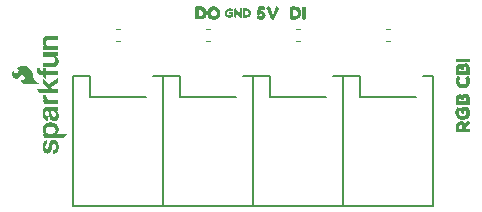
<source format=gto>
%TF.GenerationSoftware,KiCad,Pcbnew,7.0.6*%
%TF.CreationDate,2023-12-29T14:00:24-07:00*%
%TF.ProjectId,SparkFun_RGB_CBI_Example,53706172-6b46-4756-9e5f-5247425f4342,rev?*%
%TF.SameCoordinates,Original*%
%TF.FileFunction,Legend,Top*%
%TF.FilePolarity,Positive*%
%FSLAX46Y46*%
G04 Gerber Fmt 4.6, Leading zero omitted, Abs format (unit mm)*
G04 Created by KiCad (PCBNEW 7.0.6) date 2023-12-29 14:00:24*
%MOMM*%
%LPD*%
G01*
G04 APERTURE LIST*
%ADD10C,0.120000*%
%ADD11C,0.177800*%
G04 APERTURE END LIST*
D10*
%TO.C,C2*%
X25540580Y14730000D02*
X25259420Y14730000D01*
X25540580Y15750000D02*
X25259420Y15750000D01*
%TO.C,kibuzzard-6570C446*%
G36*
X39884271Y13285788D02*
G01*
X39931419Y13269198D01*
X39970710Y13220303D01*
X39982934Y13127752D01*
X39970710Y13036947D01*
X39930546Y12988052D01*
X39882524Y12971463D01*
X39822279Y12968843D01*
X38919467Y12968843D01*
X38860968Y12971463D01*
X38812946Y12988052D01*
X38772782Y13036947D01*
X38760559Y13129498D01*
X38772782Y13220303D01*
X38812946Y13269198D01*
X38860968Y13285788D01*
X38921214Y13288407D01*
X39824025Y13288407D01*
X39884271Y13285788D01*
G37*
G36*
X39822279Y7351157D02*
G01*
X39882524Y7348537D01*
X39929673Y7331948D01*
X39968964Y7283053D01*
X39981188Y7190502D01*
X39968964Y7099697D01*
X39928800Y7050802D01*
X39880778Y7034212D01*
X39820533Y7031593D01*
X38919467Y7031593D01*
X38860968Y7034212D01*
X38812946Y7050802D01*
X38772782Y7099697D01*
X38760559Y7192248D01*
X38760559Y7351157D01*
X39080122Y7351157D01*
X39335075Y7351157D01*
X39335075Y7543244D01*
X39303642Y7627064D01*
X39207599Y7667228D01*
X39116794Y7629684D01*
X39080122Y7539752D01*
X39080122Y7351157D01*
X38760559Y7351157D01*
X38760559Y7543244D01*
X38767544Y7614186D01*
X38788499Y7687310D01*
X38822551Y7760216D01*
X38868826Y7830502D01*
X38930600Y7893149D01*
X39011146Y7943136D01*
X39105661Y7975878D01*
X39209345Y7986792D01*
X39340120Y7969717D01*
X39453044Y7918494D01*
X39548118Y7833122D01*
X39715758Y7958852D01*
X39836249Y8006001D01*
X39939278Y7922181D01*
X39987299Y7798197D01*
X39906099Y7700407D01*
X39652893Y7513558D01*
X39652893Y7351157D01*
X39822279Y7351157D01*
G37*
G36*
X39981188Y9492059D02*
G01*
X39968964Y9401254D01*
X39928800Y9352359D01*
X39879905Y9335770D01*
X39818786Y9333151D01*
X38917721Y9333151D01*
X38859222Y9335770D01*
X38811200Y9352359D01*
X38771036Y9401254D01*
X38758812Y9493806D01*
X38758812Y9652714D01*
X39078376Y9652714D01*
X39661624Y9652714D01*
X39661624Y9902428D01*
X39659878Y9926876D01*
X39650273Y9953943D01*
X39620587Y9980136D01*
X39565580Y9989741D01*
X39493111Y9967039D01*
X39476521Y9893697D01*
X39476521Y9870996D01*
X39445962Y9771459D01*
X39342060Y9741773D01*
X39241651Y9773206D01*
X39212837Y9879727D01*
X39212837Y9900682D01*
X39200614Y9942592D01*
X39146480Y9954816D01*
X39092346Y9936480D01*
X39078376Y9864011D01*
X39078376Y9652714D01*
X38758812Y9652714D01*
X38758812Y9902428D01*
X38771133Y10000800D01*
X38808096Y10088695D01*
X38869699Y10166112D01*
X38948184Y10226260D01*
X39035787Y10262350D01*
X39132510Y10274379D01*
X39234666Y10259973D01*
X39328090Y10216753D01*
X39450764Y10286167D01*
X39584789Y10309304D01*
X39689758Y10295625D01*
X39783473Y10256917D01*
X39865935Y10193179D01*
X39929964Y10111978D01*
X39968382Y10020882D01*
X39981188Y9919891D01*
X39981188Y9652714D01*
X39981188Y9492059D01*
G37*
G36*
X39981188Y12067778D02*
G01*
X39968964Y11976973D01*
X39928800Y11928078D01*
X39879905Y11911489D01*
X39818786Y11908869D01*
X38917721Y11908869D01*
X38859222Y11911489D01*
X38811200Y11928078D01*
X38771036Y11976973D01*
X38758812Y12069524D01*
X38758812Y12228433D01*
X39078376Y12228433D01*
X39661624Y12228433D01*
X39661624Y12478147D01*
X39659878Y12502594D01*
X39650273Y12529661D01*
X39620587Y12555855D01*
X39565580Y12565459D01*
X39493111Y12542758D01*
X39476521Y12469416D01*
X39476521Y12446714D01*
X39445962Y12347178D01*
X39342060Y12317492D01*
X39241651Y12348924D01*
X39212837Y12455446D01*
X39212837Y12476401D01*
X39200614Y12518311D01*
X39146480Y12530534D01*
X39092346Y12512199D01*
X39078376Y12439729D01*
X39078376Y12228433D01*
X38758812Y12228433D01*
X38758812Y12478147D01*
X38771133Y12576519D01*
X38808096Y12664414D01*
X38869699Y12741831D01*
X38948184Y12801979D01*
X39035787Y12838068D01*
X39132510Y12850098D01*
X39234666Y12835692D01*
X39328090Y12792472D01*
X39450764Y12861885D01*
X39584789Y12885023D01*
X39689758Y12871344D01*
X39783473Y12832636D01*
X39865935Y12768898D01*
X39929964Y12687697D01*
X39968382Y12596601D01*
X39981188Y12495609D01*
X39981188Y12228433D01*
X39981188Y12067778D01*
G37*
G36*
X39066152Y11795363D02*
G01*
X39136876Y11729879D01*
X39160450Y11669633D01*
X39120286Y11575336D01*
X39112428Y11563985D01*
X39102824Y11549142D01*
X39093219Y11532553D01*
X39084488Y11508978D01*
X39077503Y11481038D01*
X39071391Y11446113D01*
X39069645Y11404203D01*
X39087107Y11304667D01*
X39138622Y11206004D01*
X39233792Y11128296D01*
X39299277Y11106031D01*
X39373493Y11098609D01*
X39468881Y11111925D01*
X39548991Y11151870D01*
X39610328Y11208405D01*
X39649400Y11271488D01*
X39677340Y11404203D01*
X39662933Y11496318D01*
X39619714Y11584067D01*
X39584789Y11671379D01*
X39609673Y11730752D01*
X39684325Y11793617D01*
X39785608Y11832034D01*
X39849346Y11807587D01*
X39902606Y11735991D01*
X39956934Y11632380D01*
X39989531Y11524112D01*
X40000396Y11411188D01*
X39995158Y11337191D01*
X39979441Y11258391D01*
X39951283Y11175881D01*
X39908718Y11090751D01*
X39853711Y11008896D01*
X39788227Y10936208D01*
X39707681Y10873998D01*
X39607490Y10823575D01*
X39491801Y10790178D01*
X39364761Y10779046D01*
X39242524Y10789960D01*
X39130764Y10822702D01*
X39033629Y10872470D01*
X38955266Y10934462D01*
X38891528Y11007150D01*
X38838267Y11089005D01*
X38797012Y11174571D01*
X38769290Y11258391D01*
X38753574Y11339374D01*
X38748335Y11416427D01*
X38759201Y11520426D01*
X38791797Y11627529D01*
X38846125Y11737737D01*
X38879304Y11784886D01*
X38915975Y11817191D01*
X38968362Y11833781D01*
X39066152Y11795363D01*
G37*
G36*
X39844107Y9160272D02*
G01*
X39891910Y9110940D01*
X39932293Y9046766D01*
X39970128Y8950140D01*
X39992829Y8834887D01*
X40000396Y8701008D01*
X39988500Y8579644D01*
X39952811Y8467011D01*
X39893329Y8363109D01*
X39810055Y8267938D01*
X39710191Y8188484D01*
X39600942Y8131731D01*
X39482306Y8097679D01*
X39354284Y8086328D01*
X39232210Y8097842D01*
X39119195Y8132385D01*
X39015238Y8189957D01*
X38920341Y8270557D01*
X38841268Y8367311D01*
X38784788Y8473341D01*
X38750900Y8588648D01*
X38739604Y8713232D01*
X38745934Y8803819D01*
X38764924Y8900954D01*
X38795265Y8992850D01*
X38835647Y9067721D01*
X38870572Y9116616D01*
X38907244Y9148921D01*
X38957885Y9165511D01*
X39055675Y9125347D01*
X39125088Y9060736D01*
X39148226Y8996124D01*
X39108062Y8901827D01*
X39071391Y8812332D01*
X39059167Y8704501D01*
X39080777Y8589685D01*
X39145607Y8493204D01*
X39241869Y8427720D01*
X39357776Y8405892D01*
X39477394Y8428593D01*
X39581296Y8496697D01*
X39653329Y8594923D01*
X39677340Y8707993D01*
X39671665Y8808402D01*
X39654639Y8882618D01*
X39504461Y8882618D01*
X39504461Y8753396D01*
X39501842Y8706247D01*
X39487872Y8669576D01*
X39446835Y8639889D01*
X39368254Y8631158D01*
X39291419Y8640763D01*
X39250382Y8673068D01*
X39236412Y8711486D01*
X39233792Y8758634D01*
X39233792Y9064228D01*
X39246016Y9131459D01*
X39268718Y9172496D01*
X39303642Y9193451D01*
X39342060Y9201309D01*
X39385716Y9202182D01*
X39743698Y9202182D01*
X39844107Y9160272D01*
G37*
D11*
%TO.C,D4*%
X13960000Y11810000D02*
X13160000Y11810000D01*
X7760000Y11810000D02*
X7760000Y10010000D01*
X6360000Y11810000D02*
X7760000Y11810000D01*
X12560000Y10010000D02*
X7760000Y10010000D01*
X13960000Y810000D02*
X13960000Y11810000D01*
X13960000Y810000D02*
X6360000Y810000D01*
X6360000Y810000D02*
X6360000Y11810000D01*
%TO.C,D1*%
X36820000Y11810000D02*
X36020000Y11810000D01*
X30620000Y11810000D02*
X30620000Y10010000D01*
X29220000Y11810000D02*
X30620000Y11810000D01*
X35420000Y10010000D02*
X30620000Y10010000D01*
X36820000Y810000D02*
X36820000Y11810000D01*
X36820000Y810000D02*
X29220000Y810000D01*
X29220000Y810000D02*
X29220000Y11810000D01*
%TO.C,D3*%
X21580000Y11810000D02*
X20780000Y11810000D01*
X15380000Y11810000D02*
X15380000Y10010000D01*
X13980000Y11810000D02*
X15380000Y11810000D01*
X20180000Y10010000D02*
X15380000Y10010000D01*
X21580000Y810000D02*
X21580000Y11810000D01*
X21580000Y810000D02*
X13980000Y810000D01*
X13980000Y810000D02*
X13980000Y11810000D01*
%TO.C,kibuzzard-6570C414*%
G36*
X17249775Y17692886D02*
G01*
X17351375Y17662525D01*
X17445037Y17611923D01*
X17530762Y17541081D01*
X17602299Y17456150D01*
X17653397Y17363281D01*
X17684055Y17262475D01*
X17694275Y17153731D01*
X17684055Y17042061D01*
X17653397Y16938823D01*
X17602299Y16844020D01*
X17530762Y16757650D01*
X17444740Y16685766D01*
X17350184Y16634420D01*
X17247096Y16603613D01*
X17135475Y16593344D01*
X17011650Y16593344D01*
X16865600Y16593344D01*
X16785431Y16604456D01*
X16741775Y16638588D01*
X16725106Y16683038D01*
X16721137Y16739394D01*
X16721137Y17412494D01*
X17011650Y17412494D01*
X17011650Y16883856D01*
X17140237Y16883856D01*
X17240647Y16903105D01*
X17325975Y16960850D01*
X17384316Y17045980D01*
X17403762Y17147381D01*
X17384316Y17248981D01*
X17325975Y17334706D01*
X17240250Y17393047D01*
X17138650Y17412494D01*
X17011650Y17412494D01*
X16721137Y17412494D01*
X16721137Y17560131D01*
X16723519Y17613313D01*
X16738600Y17656969D01*
X16783050Y17692688D01*
X16867187Y17703006D01*
X17140237Y17703006D01*
X17249775Y17692886D01*
G37*
G36*
X18394759Y17705338D02*
G01*
X18497550Y17674233D01*
X18591609Y17622391D01*
X18676938Y17549813D01*
X18747780Y17462252D01*
X18798381Y17365464D01*
X18828742Y17259449D01*
X18838863Y17144206D01*
X18828891Y17030948D01*
X18798977Y16926123D01*
X18749119Y16829732D01*
X18679319Y16741775D01*
X18595529Y16668502D01*
X18503702Y16616164D01*
X18403838Y16584761D01*
X18295937Y16574294D01*
X18288000Y16575032D01*
X18185011Y16584612D01*
X18082419Y16615569D01*
X17988161Y16667162D01*
X17902237Y16739394D01*
X17830701Y16826210D01*
X17779603Y16921559D01*
X17748945Y17025441D01*
X17738725Y17137856D01*
X17739268Y17144206D01*
X18029237Y17144206D01*
X18048486Y17037844D01*
X18106231Y16947356D01*
X18190170Y16885444D01*
X18288000Y16864806D01*
X18389005Y16884848D01*
X18472944Y16944975D01*
X18529498Y17034867D01*
X18548350Y17144206D01*
X18529300Y17252752D01*
X18472150Y17343438D01*
X18388409Y17404755D01*
X18289587Y17425194D01*
X18189575Y17404755D01*
X18105437Y17343438D01*
X18048287Y17252752D01*
X18029237Y17144206D01*
X17739268Y17144206D01*
X17748647Y17253942D01*
X17778412Y17360900D01*
X17828022Y17458730D01*
X17897475Y17547431D01*
X17981116Y17621052D01*
X18073291Y17673638D01*
X18173998Y17705189D01*
X18283237Y17715706D01*
X18394759Y17705338D01*
G37*
%TO.C,kibuzzard-6570C3FB*%
G36*
X23010813Y17615694D02*
G01*
X23261638Y16998156D01*
X23512463Y17615694D01*
X23587075Y17705387D01*
X23704550Y17682369D01*
X23795831Y17606169D01*
X23777575Y17496631D01*
X23401338Y16669544D01*
X23346569Y16611600D01*
X23264813Y16590169D01*
X23175913Y16610012D01*
X23121938Y16669544D01*
X22745700Y17496631D01*
X22729825Y17606962D01*
X22818725Y17682369D01*
X22937788Y17706181D01*
X23010813Y17615694D01*
G37*
G36*
X22494875Y17701419D02*
G01*
X22549644Y17698244D01*
X22592506Y17683163D01*
X22628225Y17638712D01*
X22639338Y17552194D01*
X22629019Y17472819D01*
X22594887Y17430750D01*
X22553613Y17416462D01*
X22502813Y17414081D01*
X22258338Y17414081D01*
X22247225Y17329944D01*
X22274213Y17333119D01*
X22282150Y17333119D01*
X22378635Y17320683D01*
X22467006Y17283377D01*
X22547263Y17221200D01*
X22610763Y17142619D01*
X22648863Y17056100D01*
X22661563Y16961644D01*
X22649215Y16856428D01*
X22612174Y16763030D01*
X22550438Y16681450D01*
X22470533Y16618391D01*
X22378988Y16580556D01*
X22275800Y16567944D01*
X22190075Y16574889D01*
X22110700Y16595725D01*
X22002750Y16650494D01*
X21969412Y16679069D01*
X21909088Y16775906D01*
X21967825Y16883856D01*
X22066250Y16937831D01*
X22174200Y16885444D01*
X22266275Y16860044D01*
X22342475Y16883856D01*
X22369463Y16950531D01*
X22340888Y17016412D01*
X22271038Y17042606D01*
X22209125Y17020381D01*
X22120225Y16982281D01*
X22017038Y17014031D01*
X21946394Y17061656D01*
X21926550Y17107694D01*
X21985288Y17558544D01*
X21993225Y17602994D01*
X22011481Y17646650D01*
X22055931Y17688719D01*
X22131338Y17703006D01*
X22494875Y17701419D01*
G37*
D10*
%TO.C,C1*%
X33160580Y14730000D02*
X32879420Y14730000D01*
X33160580Y15750000D02*
X32879420Y15750000D01*
%TO.C,G\u002A\u002A\u002A*%
G36*
X5114803Y11229838D02*
G01*
X4534717Y10873515D01*
X4667975Y10735377D01*
X5114803Y10735377D01*
X5114803Y10378821D01*
X3517563Y10378821D01*
X3322033Y10735377D01*
X4283885Y10735377D01*
X3816611Y11184877D01*
X3816611Y11606726D01*
X4293993Y11116912D01*
X5114803Y11661679D01*
X5114803Y11229838D01*
G37*
G36*
X4122857Y10227934D02*
G01*
X4120478Y10213261D01*
X4118360Y10197423D01*
X4116542Y10180767D01*
X4115062Y10163643D01*
X4113957Y10146400D01*
X4113266Y10129385D01*
X4113028Y10112947D01*
X4113568Y10088746D01*
X4115171Y10065557D01*
X4117810Y10043366D01*
X4121461Y10022156D01*
X4126098Y10001910D01*
X4131695Y9982614D01*
X4138226Y9964251D01*
X4145665Y9946805D01*
X4153987Y9930259D01*
X4163166Y9914598D01*
X4173177Y9899806D01*
X4183993Y9885866D01*
X4195589Y9872763D01*
X4207939Y9860481D01*
X4221017Y9849003D01*
X4234799Y9838313D01*
X4249257Y9828395D01*
X4264366Y9819234D01*
X4280101Y9810813D01*
X4296436Y9803116D01*
X4313345Y9796127D01*
X4330803Y9789830D01*
X4348783Y9784209D01*
X4367260Y9779248D01*
X4386208Y9774931D01*
X4405602Y9771241D01*
X4445623Y9765681D01*
X4487118Y9762439D01*
X4529880Y9761387D01*
X5114846Y9761387D01*
X5114846Y9404831D01*
X3877183Y9404831D01*
X3816653Y9743844D01*
X4057842Y9743844D01*
X4057842Y9748724D01*
X4042678Y9755376D01*
X4027820Y9762601D01*
X4013281Y9770381D01*
X3999072Y9778701D01*
X3985204Y9787542D01*
X3971689Y9796890D01*
X3958537Y9806726D01*
X3945761Y9817036D01*
X3933373Y9827801D01*
X3921382Y9839005D01*
X3909802Y9850632D01*
X3898643Y9862665D01*
X3887916Y9875088D01*
X3877634Y9887884D01*
X3867808Y9901035D01*
X3858449Y9914527D01*
X3849568Y9928341D01*
X3841177Y9942462D01*
X3833288Y9956873D01*
X3825911Y9971556D01*
X3819059Y9986497D01*
X3812743Y10001677D01*
X3806974Y10017080D01*
X3801764Y10032691D01*
X3797123Y10048491D01*
X3793065Y10064465D01*
X3789599Y10080596D01*
X3786738Y10096867D01*
X3784493Y10113261D01*
X3782875Y10129763D01*
X3781895Y10146355D01*
X3781566Y10163021D01*
X3781627Y10168198D01*
X3781805Y10173318D01*
X3782097Y10178386D01*
X3782498Y10183405D01*
X3783607Y10193309D01*
X3785096Y10203059D01*
X3786927Y10212684D01*
X3789066Y10222212D01*
X3791473Y10231673D01*
X3794114Y10241094D01*
X4125459Y10241094D01*
X4122857Y10227934D01*
G37*
G36*
X3596512Y12485267D02*
G01*
X3594938Y12468979D01*
X3593619Y12452570D01*
X3592548Y12436107D01*
X3591722Y12419655D01*
X3591137Y12403279D01*
X3590789Y12387045D01*
X3590674Y12371017D01*
X3591152Y12353333D01*
X3591757Y12345010D01*
X3592613Y12337029D01*
X3593724Y12329384D01*
X3595096Y12322072D01*
X3596734Y12315088D01*
X3598644Y12308429D01*
X3600829Y12302090D01*
X3603295Y12296068D01*
X3606047Y12290357D01*
X3609091Y12284954D01*
X3612431Y12279855D01*
X3616072Y12275056D01*
X3620020Y12270552D01*
X3624279Y12266339D01*
X3628855Y12262414D01*
X3633752Y12258772D01*
X3638976Y12255409D01*
X3644532Y12252321D01*
X3650425Y12249504D01*
X3656659Y12246953D01*
X3663240Y12244665D01*
X3670174Y12242635D01*
X3677464Y12240860D01*
X3685117Y12239334D01*
X3693136Y12238055D01*
X3701528Y12237017D01*
X3719449Y12235651D01*
X3738920Y12235203D01*
X3816644Y12235203D01*
X3816644Y12481156D01*
X4055161Y12481156D01*
X4055161Y12235203D01*
X5114953Y12235203D01*
X5114953Y11878647D01*
X4055161Y11878647D01*
X4055161Y11526971D01*
X3816644Y11770019D01*
X3816644Y11878647D01*
X3716497Y11878647D01*
X3695024Y11879067D01*
X3673967Y11880327D01*
X3653343Y11882428D01*
X3633170Y11885371D01*
X3613464Y11889157D01*
X3594244Y11893787D01*
X3575527Y11899261D01*
X3557331Y11905581D01*
X3539672Y11912747D01*
X3522568Y11920760D01*
X3506037Y11929622D01*
X3490096Y11939332D01*
X3474763Y11949892D01*
X3460054Y11961303D01*
X3445989Y11973565D01*
X3432583Y11986680D01*
X3419854Y12000648D01*
X3407820Y12015470D01*
X3396498Y12031148D01*
X3385906Y12047681D01*
X3376062Y12065071D01*
X3366981Y12083319D01*
X3358683Y12102425D01*
X3351184Y12122391D01*
X3344502Y12143217D01*
X3338654Y12164904D01*
X3333658Y12187453D01*
X3329532Y12210865D01*
X3326292Y12235141D01*
X3323956Y12260281D01*
X3322542Y12286287D01*
X3322066Y12313160D01*
X3322396Y12336762D01*
X3323285Y12360539D01*
X3324585Y12384393D01*
X3326147Y12408224D01*
X3329468Y12455429D01*
X3330928Y12478607D01*
X3332058Y12501371D01*
X3598342Y12501371D01*
X3596512Y12485267D01*
G37*
G36*
X5114878Y13460124D02*
G01*
X4933986Y13460124D01*
X4933986Y13452572D01*
X4947638Y13443930D01*
X4960822Y13434916D01*
X4973541Y13425543D01*
X4985795Y13415825D01*
X4997589Y13405774D01*
X5008923Y13395402D01*
X5019801Y13384724D01*
X5030224Y13373752D01*
X5040195Y13362498D01*
X5049717Y13350976D01*
X5058790Y13339199D01*
X5067418Y13327180D01*
X5083348Y13302466D01*
X5097523Y13276937D01*
X5109963Y13250699D01*
X5120685Y13223852D01*
X5129707Y13196503D01*
X5137048Y13168752D01*
X5142726Y13140706D01*
X5146759Y13112465D01*
X5149166Y13084135D01*
X5149964Y13055819D01*
X5149342Y13021104D01*
X5147490Y12988017D01*
X5144426Y12956524D01*
X5140171Y12926589D01*
X5134743Y12898179D01*
X5128161Y12871259D01*
X5120445Y12845794D01*
X5111614Y12821751D01*
X5101687Y12799093D01*
X5090684Y12777788D01*
X5078624Y12757801D01*
X5065526Y12739096D01*
X5051410Y12721640D01*
X5036294Y12705398D01*
X5020198Y12690336D01*
X5003142Y12676419D01*
X4985144Y12663612D01*
X4966224Y12651882D01*
X4946401Y12641193D01*
X4925694Y12631512D01*
X4904123Y12622803D01*
X4881707Y12615032D01*
X4858465Y12608165D01*
X4834416Y12602167D01*
X4783977Y12592642D01*
X4730542Y12586179D01*
X4674267Y12582504D01*
X4615305Y12581341D01*
X3816685Y12581341D01*
X3816685Y12938012D01*
X4549779Y12938012D01*
X4588551Y12938730D01*
X4624792Y12940931D01*
X4658505Y12944684D01*
X4689696Y12950058D01*
X4718368Y12957123D01*
X4744526Y12965949D01*
X4756663Y12971044D01*
X4768172Y12976605D01*
X4779056Y12982641D01*
X4789313Y12989160D01*
X4798944Y12996171D01*
X4807951Y13003683D01*
X4816333Y13011705D01*
X4824091Y13020245D01*
X4831225Y13029312D01*
X4837736Y13038915D01*
X4843625Y13049061D01*
X4848891Y13059761D01*
X4853536Y13071022D01*
X4857560Y13082854D01*
X4860964Y13095264D01*
X4863748Y13108262D01*
X4865912Y13121857D01*
X4867457Y13136056D01*
X4868384Y13150870D01*
X4868693Y13166305D01*
X4868375Y13184127D01*
X4867415Y13201305D01*
X4865805Y13217843D01*
X4863535Y13233748D01*
X4860598Y13249024D01*
X4856985Y13263676D01*
X4852686Y13277709D01*
X4847693Y13291130D01*
X4841998Y13303941D01*
X4835592Y13316150D01*
X4828465Y13327761D01*
X4820611Y13338779D01*
X4812019Y13349210D01*
X4802681Y13359057D01*
X4792588Y13368328D01*
X4781732Y13377026D01*
X4770105Y13385158D01*
X4757696Y13392727D01*
X4744498Y13399740D01*
X4730503Y13406201D01*
X4715700Y13412115D01*
X4700082Y13417488D01*
X4683641Y13422326D01*
X4666366Y13426632D01*
X4648250Y13430412D01*
X4629284Y13433671D01*
X4609459Y13436415D01*
X4588767Y13438648D01*
X4567199Y13440377D01*
X4544746Y13441605D01*
X4497150Y13442581D01*
X3816685Y13442581D01*
X3816685Y13799253D01*
X5114878Y13799253D01*
X5114878Y13460124D01*
G37*
G36*
X5114926Y14857390D02*
G01*
X4381832Y14857390D01*
X4343059Y14856670D01*
X4306815Y14854461D01*
X4273095Y14850697D01*
X4241897Y14845308D01*
X4213216Y14838225D01*
X4187049Y14829379D01*
X4174907Y14824274D01*
X4163391Y14818702D01*
X4152503Y14812656D01*
X4142240Y14806126D01*
X4132603Y14799103D01*
X4123591Y14791580D01*
X4115204Y14783548D01*
X4107441Y14774998D01*
X4100302Y14765921D01*
X4093786Y14756309D01*
X4087892Y14746153D01*
X4082622Y14735445D01*
X4077973Y14724176D01*
X4073945Y14712337D01*
X4070538Y14699920D01*
X4067752Y14686917D01*
X4065586Y14673318D01*
X4064039Y14659115D01*
X4063111Y14644300D01*
X4062802Y14628864D01*
X4063120Y14611064D01*
X4064080Y14593907D01*
X4065690Y14577388D01*
X4067960Y14561503D01*
X4070897Y14546246D01*
X4074512Y14531612D01*
X4078811Y14517596D01*
X4083805Y14504192D01*
X4089502Y14491396D01*
X4095910Y14479203D01*
X4103039Y14467607D01*
X4110896Y14456603D01*
X4119492Y14446186D01*
X4128834Y14436350D01*
X4138931Y14427092D01*
X4149792Y14418404D01*
X4161425Y14410284D01*
X4173840Y14402724D01*
X4187045Y14395721D01*
X4201049Y14389268D01*
X4215861Y14383362D01*
X4231488Y14377995D01*
X4247941Y14373165D01*
X4265227Y14368865D01*
X4283356Y14365090D01*
X4302336Y14361835D01*
X4322176Y14359094D01*
X4342884Y14356864D01*
X4364470Y14355138D01*
X4386941Y14353912D01*
X4434578Y14352937D01*
X5114926Y14352937D01*
X5114926Y13996149D01*
X3816733Y13996149D01*
X3816733Y14335045D01*
X3997509Y14335045D01*
X3997509Y14342714D01*
X3983867Y14351366D01*
X3970693Y14360388D01*
X3957984Y14369767D01*
X3945738Y14379490D01*
X3933952Y14389544D01*
X3922625Y14399917D01*
X3911755Y14410596D01*
X3901338Y14421567D01*
X3891372Y14432819D01*
X3881857Y14444338D01*
X3872788Y14456111D01*
X3864164Y14468127D01*
X3848243Y14492831D01*
X3834073Y14518349D01*
X3821639Y14544577D01*
X3810921Y14571413D01*
X3801901Y14598755D01*
X3794561Y14626501D01*
X3788884Y14654547D01*
X3784852Y14682792D01*
X3782445Y14711133D01*
X3781647Y14739467D01*
X3782269Y14774182D01*
X3784123Y14807269D01*
X3787188Y14838762D01*
X3791445Y14868697D01*
X3796876Y14897107D01*
X3803461Y14924027D01*
X3811180Y14949491D01*
X3820014Y14973535D01*
X3829944Y14996192D01*
X3840951Y15017497D01*
X3853014Y15037485D01*
X3866116Y15056190D01*
X3880236Y15073646D01*
X3895355Y15089887D01*
X3911454Y15104950D01*
X3928513Y15118867D01*
X3946514Y15131673D01*
X3965436Y15143404D01*
X3985261Y15154093D01*
X4005968Y15163774D01*
X4027540Y15172483D01*
X4049956Y15180254D01*
X4073197Y15187121D01*
X4097244Y15193118D01*
X4147678Y15202644D01*
X4201103Y15209107D01*
X4257364Y15212782D01*
X4316306Y15213945D01*
X5114926Y15213945D01*
X5114926Y14857390D01*
G37*
G36*
X4544218Y7877673D02*
G01*
X4607901Y7871043D01*
X4670167Y7859985D01*
X4730574Y7844492D01*
X4788682Y7824554D01*
X4844049Y7800167D01*
X4870567Y7786302D01*
X4896235Y7771322D01*
X4920997Y7755225D01*
X4944799Y7738011D01*
X4967585Y7719679D01*
X4989300Y7700228D01*
X5009890Y7679657D01*
X5029298Y7657965D01*
X5047471Y7635152D01*
X5064352Y7611215D01*
X5079887Y7586155D01*
X5094021Y7559971D01*
X5106698Y7532661D01*
X5117864Y7504225D01*
X5127463Y7474661D01*
X5135440Y7443970D01*
X5141741Y7412149D01*
X5146309Y7379198D01*
X5149091Y7345117D01*
X5150030Y7309903D01*
X5149237Y7280401D01*
X5146865Y7251318D01*
X5142926Y7222710D01*
X5137432Y7194638D01*
X5130394Y7167160D01*
X5121823Y7140333D01*
X5111732Y7114217D01*
X5100131Y7088871D01*
X5087033Y7064352D01*
X5072449Y7040720D01*
X5056390Y7018032D01*
X5038868Y6996348D01*
X5019895Y6975726D01*
X4999482Y6956224D01*
X4977641Y6937902D01*
X4954384Y6920817D01*
X4954384Y6915589D01*
X5889051Y6915589D01*
X5571879Y6559033D01*
X4469565Y6559033D01*
X3877164Y6559033D01*
X3816751Y6898162D01*
X3982423Y6898162D01*
X3982423Y6903158D01*
X3969469Y6911549D01*
X3956983Y6920228D01*
X3944962Y6929191D01*
X3933402Y6938432D01*
X3922300Y6947946D01*
X3911651Y6957729D01*
X3901452Y6967775D01*
X3891700Y6978079D01*
X3882389Y6988636D01*
X3873517Y6999442D01*
X3865080Y7010491D01*
X3857074Y7021778D01*
X3849495Y7033298D01*
X3842339Y7045047D01*
X3835604Y7057018D01*
X3829284Y7069208D01*
X3823376Y7081610D01*
X3817877Y7094221D01*
X3808089Y7120046D01*
X3799890Y7146644D01*
X3793248Y7173973D01*
X3788135Y7201993D01*
X3786864Y7212080D01*
X4050272Y7212080D01*
X4050877Y7190638D01*
X4052666Y7170108D01*
X4055601Y7150476D01*
X4059645Y7131726D01*
X4064759Y7113843D01*
X4070907Y7096812D01*
X4078050Y7080618D01*
X4086150Y7065245D01*
X4095170Y7050678D01*
X4105072Y7036902D01*
X4115818Y7023902D01*
X4127370Y7011662D01*
X4139691Y7000168D01*
X4152743Y6989403D01*
X4166488Y6979354D01*
X4180888Y6970005D01*
X4195905Y6961339D01*
X4211502Y6953344D01*
X4227641Y6946002D01*
X4244284Y6939299D01*
X4261393Y6933219D01*
X4278931Y6927749D01*
X4296859Y6922871D01*
X4315141Y6918571D01*
X4352611Y6911645D01*
X4391041Y6906849D01*
X4430126Y6904060D01*
X4469565Y6903158D01*
X4508938Y6904113D01*
X4547794Y6907049D01*
X4585855Y6912070D01*
X4622841Y6919279D01*
X4658473Y6928782D01*
X4692472Y6940683D01*
X4724558Y6955086D01*
X4739797Y6963259D01*
X4754453Y6972096D01*
X4768491Y6981610D01*
X4781876Y6991816D01*
X4794574Y7002725D01*
X4806549Y7014351D01*
X4817767Y7026707D01*
X4828193Y7039805D01*
X4837791Y7053660D01*
X4846527Y7068284D01*
X4854366Y7083689D01*
X4861273Y7099890D01*
X4867214Y7116898D01*
X4872152Y7134728D01*
X4876054Y7153392D01*
X4878884Y7172903D01*
X4880608Y7193275D01*
X4881190Y7214519D01*
X4880608Y7235951D01*
X4878884Y7256469D01*
X4876054Y7276091D01*
X4872152Y7294830D01*
X4867214Y7312702D01*
X4861273Y7329722D01*
X4854366Y7345906D01*
X4846527Y7361269D01*
X4837791Y7375826D01*
X4828193Y7389592D01*
X4817767Y7402582D01*
X4806549Y7414812D01*
X4794574Y7426298D01*
X4781876Y7437053D01*
X4768491Y7447094D01*
X4754453Y7456435D01*
X4739797Y7465092D01*
X4724558Y7473080D01*
X4708772Y7480415D01*
X4692472Y7487111D01*
X4675694Y7493184D01*
X4658473Y7498649D01*
X4640844Y7503521D01*
X4622841Y7507815D01*
X4585855Y7514733D01*
X4547794Y7519523D01*
X4508938Y7522308D01*
X4469565Y7523209D01*
X4430528Y7522224D01*
X4391741Y7519209D01*
X4353517Y7514070D01*
X4316170Y7506715D01*
X4280012Y7497053D01*
X4245356Y7484991D01*
X4212515Y7470437D01*
X4196873Y7462196D01*
X4181802Y7453298D01*
X4167342Y7443730D01*
X4153531Y7433482D01*
X4140408Y7422542D01*
X4128014Y7410898D01*
X4116385Y7398539D01*
X4105563Y7385453D01*
X4095586Y7371628D01*
X4086493Y7357054D01*
X4078323Y7341718D01*
X4071116Y7325609D01*
X4064910Y7308716D01*
X4059745Y7291027D01*
X4055659Y7272530D01*
X4052692Y7253215D01*
X4050884Y7233068D01*
X4050272Y7212080D01*
X3786864Y7212080D01*
X3784521Y7230666D01*
X3782374Y7259949D01*
X3781665Y7289804D01*
X3782620Y7327283D01*
X3785449Y7363460D01*
X3790099Y7398343D01*
X3796518Y7431939D01*
X3804653Y7464255D01*
X3814450Y7495299D01*
X3825857Y7525078D01*
X3838822Y7553599D01*
X3853290Y7580870D01*
X3869210Y7606898D01*
X3886527Y7631690D01*
X3905191Y7655254D01*
X3925147Y7677596D01*
X3946342Y7698725D01*
X3968724Y7718648D01*
X3992241Y7737372D01*
X4016838Y7754904D01*
X4042463Y7771252D01*
X4069064Y7786423D01*
X4096587Y7800424D01*
X4124979Y7813263D01*
X4154188Y7824947D01*
X4184161Y7835484D01*
X4214845Y7844880D01*
X4246186Y7853143D01*
X4278133Y7860281D01*
X4343630Y7871209D01*
X4410912Y7877723D01*
X4479557Y7879881D01*
X4544218Y7877673D01*
G37*
G36*
X5114963Y8886671D02*
G01*
X5099769Y8882051D01*
X5084362Y8877727D01*
X5068778Y8873754D01*
X5053053Y8870188D01*
X5037225Y8867085D01*
X5021330Y8864501D01*
X5005406Y8862491D01*
X4989488Y8861112D01*
X5010743Y8839402D01*
X5030277Y8816585D01*
X5048138Y8792739D01*
X5064373Y8767941D01*
X5079032Y8742268D01*
X5092163Y8715797D01*
X5103814Y8688607D01*
X5114033Y8660774D01*
X5122869Y8632376D01*
X5130370Y8603491D01*
X5136584Y8574195D01*
X5141560Y8544567D01*
X5145346Y8514684D01*
X5147991Y8484622D01*
X5149542Y8454460D01*
X5150049Y8424276D01*
X5148603Y8378362D01*
X5144247Y8333947D01*
X5136949Y8291231D01*
X5126680Y8250418D01*
X5120422Y8230788D01*
X5113410Y8211709D01*
X5105640Y8193207D01*
X5097108Y8175306D01*
X5087811Y8158033D01*
X5077745Y8141412D01*
X5066906Y8125468D01*
X5055290Y8110227D01*
X5042893Y8095714D01*
X5029713Y8081955D01*
X5015744Y8068974D01*
X5000984Y8056797D01*
X4985428Y8045449D01*
X4969072Y8034955D01*
X4951914Y8025341D01*
X4933949Y8016632D01*
X4915173Y8008852D01*
X4895583Y8002028D01*
X4875175Y7996185D01*
X4853945Y7991347D01*
X4831889Y7987541D01*
X4809004Y7984791D01*
X4785286Y7983122D01*
X4760731Y7982560D01*
X4745859Y7983390D01*
X4708041Y7985499D01*
X4660383Y7993208D01*
X4617480Y8005365D01*
X4579055Y8021649D01*
X4544831Y8041737D01*
X4514530Y8065308D01*
X4487875Y8092040D01*
X4464590Y8121611D01*
X4444397Y8153699D01*
X4427018Y8187983D01*
X4412178Y8224140D01*
X4399598Y8261848D01*
X4389002Y8300787D01*
X4380112Y8340633D01*
X4366343Y8421763D01*
X4347090Y8580758D01*
X4337172Y8653473D01*
X4324103Y8718234D01*
X4315694Y8746827D01*
X4305666Y8772466D01*
X4293742Y8794829D01*
X4279645Y8813594D01*
X4263097Y8828440D01*
X4243822Y8839044D01*
X4221542Y8845085D01*
X4195980Y8846241D01*
X4479575Y8846241D01*
X4484385Y8840399D01*
X4488913Y8834191D01*
X4493169Y8827630D01*
X4497168Y8820731D01*
X4504442Y8805978D01*
X4510833Y8790050D01*
X4516442Y8773064D01*
X4521369Y8755137D01*
X4525714Y8736388D01*
X4529576Y8716933D01*
X4555092Y8549982D01*
X4559075Y8529404D01*
X4563641Y8509190D01*
X4568894Y8489473D01*
X4574933Y8470386D01*
X4581862Y8452063D01*
X4589781Y8434635D01*
X4598793Y8418237D01*
X4603740Y8410465D01*
X4608999Y8403000D01*
X4614582Y8395859D01*
X4620502Y8389058D01*
X4626771Y8382615D01*
X4633402Y8376544D01*
X4640408Y8370864D01*
X4647802Y8365591D01*
X4655596Y8360741D01*
X4663804Y8356331D01*
X4672437Y8352377D01*
X4681508Y8348897D01*
X4691031Y8345907D01*
X4701018Y8343423D01*
X4711481Y8341462D01*
X4722434Y8340041D01*
X4733889Y8339176D01*
X4745859Y8338884D01*
X4757824Y8339183D01*
X4769240Y8340069D01*
X4780118Y8341526D01*
X4790471Y8343538D01*
X4800307Y8346087D01*
X4809640Y8349157D01*
X4818479Y8352731D01*
X4826837Y8356794D01*
X4834723Y8361327D01*
X4842149Y8366316D01*
X4849126Y8371743D01*
X4855666Y8377592D01*
X4861778Y8383846D01*
X4867475Y8390489D01*
X4872767Y8397503D01*
X4877665Y8404874D01*
X4882181Y8412583D01*
X4886326Y8420615D01*
X4890109Y8428953D01*
X4893544Y8437580D01*
X4896640Y8446480D01*
X4899409Y8455636D01*
X4901862Y8465032D01*
X4904009Y8474651D01*
X4907433Y8494492D01*
X4909769Y8515027D01*
X4911106Y8536124D01*
X4911532Y8557650D01*
X4910902Y8582990D01*
X4909058Y8606803D01*
X4906064Y8629137D01*
X4901985Y8650039D01*
X4896887Y8669557D01*
X4890836Y8687737D01*
X4883896Y8704628D01*
X4876133Y8720276D01*
X4867613Y8734730D01*
X4858400Y8748035D01*
X4848560Y8760241D01*
X4838159Y8771393D01*
X4827261Y8781540D01*
X4815933Y8790728D01*
X4804238Y8799006D01*
X4792244Y8806420D01*
X4780015Y8813018D01*
X4767616Y8818847D01*
X4755113Y8823954D01*
X4742572Y8828388D01*
X4717633Y8835421D01*
X4693324Y8840326D01*
X4670167Y8843482D01*
X4648684Y8845267D01*
X4612833Y8846241D01*
X4479575Y8846241D01*
X4195980Y8846241D01*
X4182217Y8845934D01*
X4169171Y8845024D01*
X4156823Y8843527D01*
X4145154Y8841458D01*
X4134146Y8838833D01*
X4123782Y8835668D01*
X4114042Y8831979D01*
X4104908Y8827781D01*
X4096362Y8823090D01*
X4088386Y8817921D01*
X4080961Y8812291D01*
X4074070Y8806215D01*
X4067693Y8799709D01*
X4061812Y8792789D01*
X4056410Y8785469D01*
X4051467Y8777767D01*
X4046966Y8769698D01*
X4042888Y8761277D01*
X4039215Y8752520D01*
X4035928Y8743443D01*
X4033010Y8734062D01*
X4030441Y8724392D01*
X4028204Y8714449D01*
X4026280Y8704249D01*
X4023299Y8683140D01*
X4021351Y8661191D01*
X4020289Y8638527D01*
X4019968Y8615275D01*
X4020626Y8589997D01*
X4022629Y8565985D01*
X4026020Y8543268D01*
X4030842Y8521876D01*
X4033803Y8511685D01*
X4037138Y8501837D01*
X4040853Y8492335D01*
X4044953Y8483182D01*
X4049442Y8474383D01*
X4054328Y8465940D01*
X4059614Y8457858D01*
X4065307Y8450140D01*
X4071412Y8442790D01*
X4077934Y8435812D01*
X4084879Y8429209D01*
X4092251Y8422985D01*
X4100058Y8417144D01*
X4108303Y8411689D01*
X4116992Y8406624D01*
X4126131Y8401953D01*
X4135725Y8397679D01*
X4145780Y8393806D01*
X4156300Y8390338D01*
X4167292Y8387279D01*
X4178760Y8384631D01*
X4190711Y8382400D01*
X4203149Y8380587D01*
X4216080Y8379198D01*
X4216080Y8022526D01*
X4185671Y8025218D01*
X4156578Y8029491D01*
X4128778Y8035292D01*
X4102248Y8042569D01*
X4076966Y8051269D01*
X4052907Y8061340D01*
X4030049Y8072730D01*
X4008370Y8085386D01*
X3987845Y8099256D01*
X3968453Y8114288D01*
X3950169Y8130428D01*
X3932972Y8147624D01*
X3916838Y8165825D01*
X3901744Y8184978D01*
X3887666Y8205029D01*
X3874583Y8225928D01*
X3862471Y8247621D01*
X3851307Y8270056D01*
X3841069Y8293180D01*
X3831732Y8316942D01*
X3823274Y8341288D01*
X3815673Y8366167D01*
X3808904Y8391526D01*
X3802946Y8417312D01*
X3793367Y8469958D01*
X3786754Y8523684D01*
X3782920Y8578072D01*
X3781683Y8632702D01*
X3782406Y8681744D01*
X3784767Y8731488D01*
X3789053Y8781401D01*
X3795550Y8830950D01*
X3804547Y8879601D01*
X3816329Y8926821D01*
X3831185Y8972076D01*
X3849401Y9014832D01*
X3859859Y9035107D01*
X3871265Y9054556D01*
X3883654Y9073115D01*
X3897063Y9090715D01*
X3911527Y9107290D01*
X3927083Y9122775D01*
X3943765Y9137100D01*
X3961611Y9150201D01*
X3980656Y9162011D01*
X4000935Y9172462D01*
X4022485Y9181489D01*
X4045342Y9189023D01*
X4069542Y9195000D01*
X4095119Y9199351D01*
X4122111Y9202011D01*
X4150554Y9202913D01*
X4826256Y9202913D01*
X4870354Y9203515D01*
X4913697Y9205381D01*
X4955518Y9208598D01*
X4995050Y9213253D01*
X5013719Y9216146D01*
X5031527Y9219432D01*
X5048381Y9223121D01*
X5064183Y9227223D01*
X5078838Y9231751D01*
X5092250Y9236714D01*
X5104324Y9242123D01*
X5114963Y9247991D01*
X5114963Y8886671D01*
G37*
G36*
X4729463Y6415775D02*
G01*
X4759479Y6413213D01*
X4788184Y6409010D01*
X4815601Y6403223D01*
X4841752Y6395907D01*
X4866659Y6387118D01*
X4890344Y6376911D01*
X4912829Y6365343D01*
X4934137Y6352468D01*
X4954289Y6338343D01*
X4973307Y6323023D01*
X4991215Y6306564D01*
X5008033Y6289021D01*
X5023783Y6270451D01*
X5038489Y6250908D01*
X5052173Y6230449D01*
X5064855Y6209129D01*
X5076559Y6187004D01*
X5087306Y6164130D01*
X5097120Y6140561D01*
X5106021Y6116355D01*
X5114031Y6091566D01*
X5121174Y6066251D01*
X5127472Y6040464D01*
X5137617Y5987700D01*
X5144644Y5933720D01*
X5148731Y5878969D01*
X5150054Y5823892D01*
X5148703Y5767554D01*
X5144534Y5711739D01*
X5137374Y5656855D01*
X5127049Y5603310D01*
X5113384Y5551514D01*
X5096207Y5501875D01*
X5075343Y5454800D01*
X5063474Y5432352D01*
X5050619Y5410699D01*
X5036755Y5389891D01*
X5021860Y5369980D01*
X5005914Y5351016D01*
X4988894Y5333051D01*
X4970779Y5316135D01*
X4951547Y5300321D01*
X4931175Y5285658D01*
X4909644Y5272198D01*
X4886930Y5259992D01*
X4863012Y5249091D01*
X4837868Y5239546D01*
X4811477Y5231408D01*
X4783816Y5224728D01*
X4754865Y5219558D01*
X4724601Y5215947D01*
X4693003Y5213948D01*
X4693003Y5552729D01*
X4707102Y5553123D01*
X4720691Y5554288D01*
X4733775Y5556200D01*
X4746357Y5558834D01*
X4758441Y5562166D01*
X4770031Y5566172D01*
X4781133Y5570827D01*
X4791748Y5576106D01*
X4801883Y5581986D01*
X4811540Y5588441D01*
X4820725Y5595447D01*
X4829440Y5602980D01*
X4837690Y5611015D01*
X4845479Y5619528D01*
X4852812Y5628494D01*
X4859692Y5637889D01*
X4866123Y5647688D01*
X4872110Y5657867D01*
X4877656Y5668402D01*
X4882766Y5679267D01*
X4887444Y5690439D01*
X4891693Y5701893D01*
X4895519Y5713605D01*
X4898924Y5725550D01*
X4901914Y5737703D01*
X4904491Y5750041D01*
X4908427Y5775171D01*
X4910765Y5800744D01*
X4911537Y5826564D01*
X4911056Y5845729D01*
X4909570Y5865418D01*
X4907011Y5885390D01*
X4903314Y5905400D01*
X4898412Y5925206D01*
X4892238Y5944564D01*
X4884727Y5963232D01*
X4875812Y5980967D01*
X4870807Y5989409D01*
X4865426Y5997526D01*
X4859661Y6005288D01*
X4853504Y6012666D01*
X4846946Y6019627D01*
X4839978Y6026143D01*
X4832594Y6032182D01*
X4824783Y6037714D01*
X4816539Y6042709D01*
X4807853Y6047137D01*
X4798715Y6050967D01*
X4789119Y6054169D01*
X4779056Y6056712D01*
X4768518Y6058566D01*
X4757495Y6059701D01*
X4745981Y6060086D01*
X4736047Y6059646D01*
X4726496Y6058332D01*
X4717313Y6056152D01*
X4708482Y6053116D01*
X4699990Y6049232D01*
X4691821Y6044508D01*
X4683962Y6038954D01*
X4676397Y6032579D01*
X4669111Y6025390D01*
X4662091Y6017397D01*
X4655321Y6008609D01*
X4648788Y5999034D01*
X4642475Y5988681D01*
X4636369Y5977558D01*
X4630455Y5965675D01*
X4624718Y5953041D01*
X4619144Y5939663D01*
X4613719Y5925551D01*
X4608426Y5910714D01*
X4603252Y5895159D01*
X4593203Y5861935D01*
X4583453Y5825949D01*
X4573885Y5787271D01*
X4564383Y5745970D01*
X4554829Y5702116D01*
X4545106Y5655780D01*
X4525941Y5578247D01*
X4515131Y5540386D01*
X4503225Y5503516D01*
X4490013Y5467927D01*
X4475285Y5433909D01*
X4458831Y5401753D01*
X4440443Y5371750D01*
X4430458Y5357646D01*
X4419910Y5344189D01*
X4408774Y5331415D01*
X4397024Y5319360D01*
X4384632Y5308062D01*
X4371574Y5297555D01*
X4357822Y5287877D01*
X4343351Y5279064D01*
X4328134Y5271151D01*
X4312146Y5264176D01*
X4295360Y5258174D01*
X4277749Y5253182D01*
X4259288Y5249237D01*
X4239951Y5246373D01*
X4219711Y5244629D01*
X4198542Y5244039D01*
X4168173Y5244868D01*
X4139218Y5247319D01*
X4111647Y5251339D01*
X4085431Y5256874D01*
X4060540Y5263870D01*
X4036945Y5272273D01*
X4014616Y5282030D01*
X3993524Y5293087D01*
X3973640Y5305390D01*
X3954933Y5318886D01*
X3937374Y5333520D01*
X3920934Y5349240D01*
X3905584Y5365991D01*
X3891293Y5383720D01*
X3878033Y5402373D01*
X3865774Y5421896D01*
X3854486Y5442235D01*
X3844140Y5463338D01*
X3834706Y5485149D01*
X3826156Y5507616D01*
X3818459Y5530685D01*
X3811586Y5554302D01*
X3805507Y5578412D01*
X3800194Y5602964D01*
X3791744Y5653173D01*
X3786000Y5704501D01*
X3782727Y5756516D01*
X3781689Y5808789D01*
X3782836Y5861307D01*
X3786405Y5913083D01*
X3792583Y5963800D01*
X3801559Y6013138D01*
X3813520Y6060779D01*
X3828656Y6106402D01*
X3847153Y6149690D01*
X3857722Y6170359D01*
X3869201Y6190323D01*
X3881615Y6209545D01*
X3894988Y6227983D01*
X3909342Y6245599D01*
X3924701Y6262351D01*
X3941089Y6278200D01*
X3958529Y6293107D01*
X3977046Y6307031D01*
X3996661Y6319933D01*
X4017400Y6331772D01*
X4039285Y6342510D01*
X4062339Y6352105D01*
X4086588Y6360518D01*
X4112053Y6367710D01*
X4138759Y6373640D01*
X4166729Y6378268D01*
X4195986Y6381555D01*
X4195986Y6042659D01*
X4183327Y6041413D01*
X4171245Y6039624D01*
X4159727Y6037305D01*
X4148762Y6034468D01*
X4138339Y6031128D01*
X4128447Y6027297D01*
X4119073Y6022988D01*
X4110207Y6018216D01*
X4101837Y6012993D01*
X4093952Y6007332D01*
X4086540Y6001247D01*
X4079589Y5994750D01*
X4073090Y5987856D01*
X4067029Y5980578D01*
X4061395Y5972928D01*
X4056178Y5964920D01*
X4051366Y5956567D01*
X4046946Y5947883D01*
X4042909Y5938881D01*
X4039242Y5929573D01*
X4035934Y5919974D01*
X4032974Y5910096D01*
X4030349Y5899953D01*
X4028050Y5889558D01*
X4024379Y5868064D01*
X4021871Y5845722D01*
X4020433Y5822636D01*
X4019974Y5798914D01*
X4020143Y5783435D01*
X4020734Y5767300D01*
X4021865Y5750736D01*
X4023659Y5733973D01*
X4026235Y5717238D01*
X4029715Y5700760D01*
X4034219Y5684768D01*
X4039869Y5669489D01*
X4043161Y5662189D01*
X4046785Y5655153D01*
X4050756Y5648409D01*
X4055088Y5641987D01*
X4059798Y5635914D01*
X4064899Y5630220D01*
X4070408Y5624933D01*
X4076339Y5620080D01*
X4082707Y5615692D01*
X4089528Y5611796D01*
X4096816Y5608422D01*
X4104587Y5605596D01*
X4112856Y5603349D01*
X4121638Y5601709D01*
X4130947Y5600704D01*
X4140800Y5600362D01*
X4152463Y5600953D01*
X4163507Y5602699D01*
X4173958Y5605562D01*
X4183840Y5609506D01*
X4193180Y5614492D01*
X4202004Y5620482D01*
X4210336Y5627438D01*
X4218203Y5635324D01*
X4225630Y5644100D01*
X4232643Y5653729D01*
X4239267Y5664174D01*
X4245528Y5675396D01*
X4251451Y5687358D01*
X4257062Y5700021D01*
X4262387Y5713349D01*
X4267451Y5727303D01*
X4276899Y5756939D01*
X4285611Y5788627D01*
X4293792Y5822064D01*
X4301646Y5856947D01*
X4317193Y5929845D01*
X4325296Y5967254D01*
X4333891Y6004900D01*
X4343222Y6043834D01*
X4353401Y6082367D01*
X4364630Y6120208D01*
X4377110Y6157067D01*
X4391044Y6192651D01*
X4406635Y6226670D01*
X4424084Y6258831D01*
X4443594Y6288844D01*
X4454185Y6302954D01*
X4465366Y6316417D01*
X4477164Y6329198D01*
X4489604Y6341259D01*
X4502710Y6352565D01*
X4516508Y6363079D01*
X4531024Y6372764D01*
X4546282Y6381584D01*
X4562308Y6389504D01*
X4579128Y6396485D01*
X4596765Y6402492D01*
X4615247Y6407489D01*
X4634597Y6411439D01*
X4654842Y6414305D01*
X4676006Y6416051D01*
X4698115Y6416642D01*
X4729463Y6415775D01*
G37*
G36*
X2178476Y12668018D02*
G01*
X2219047Y12664910D01*
X2260108Y12659561D01*
X2301570Y12651865D01*
X2343345Y12641715D01*
X2385345Y12629006D01*
X2427481Y12613631D01*
X2469665Y12595485D01*
X2511809Y12574461D01*
X2553825Y12550453D01*
X2595624Y12523355D01*
X2637873Y12492606D01*
X2677974Y12460077D01*
X2715814Y12425746D01*
X2751280Y12389592D01*
X2784259Y12351593D01*
X2814637Y12311727D01*
X2842300Y12269974D01*
X2867137Y12226312D01*
X2889032Y12180719D01*
X2907874Y12133174D01*
X2923548Y12083656D01*
X2935941Y12032143D01*
X2944939Y11978613D01*
X2950431Y11923046D01*
X2952301Y11865419D01*
X2950438Y11805712D01*
X2949493Y11789930D01*
X2949328Y11774671D01*
X2949929Y11759901D01*
X2951282Y11745586D01*
X2953372Y11731691D01*
X2956186Y11718183D01*
X2959708Y11705028D01*
X2963925Y11692192D01*
X2968823Y11679640D01*
X2974386Y11667339D01*
X2980602Y11655255D01*
X2987455Y11643353D01*
X3003017Y11619962D01*
X3020959Y11596893D01*
X3041166Y11573875D01*
X3063524Y11550635D01*
X3087921Y11526901D01*
X3114240Y11502401D01*
X3236472Y11391298D01*
X3295652Y11336766D01*
X3352790Y11285520D01*
X3406083Y11238789D01*
X3453729Y11197801D01*
X3493924Y11163783D01*
X3524867Y11137965D01*
X3551784Y11115836D01*
X2375115Y11115836D01*
X2351781Y11115391D01*
X2329321Y11115571D01*
X2307717Y11116359D01*
X2286952Y11117739D01*
X2267008Y11119695D01*
X2247867Y11122212D01*
X2229511Y11125272D01*
X2211923Y11128859D01*
X2195084Y11132959D01*
X2178978Y11137553D01*
X2163585Y11142627D01*
X2148890Y11148165D01*
X2134873Y11154149D01*
X2121518Y11160564D01*
X2108806Y11167394D01*
X2096719Y11174623D01*
X2085241Y11182235D01*
X2074352Y11190213D01*
X2064036Y11198541D01*
X2054275Y11207203D01*
X2045051Y11216184D01*
X2036346Y11225466D01*
X2028142Y11235034D01*
X2020422Y11244872D01*
X2013168Y11254964D01*
X2006362Y11265293D01*
X1999987Y11275843D01*
X1994024Y11286598D01*
X1983266Y11308660D01*
X1973946Y11331350D01*
X1969406Y11344084D01*
X1965416Y11356681D01*
X1961952Y11369123D01*
X1958985Y11381391D01*
X1956489Y11393469D01*
X1954438Y11405340D01*
X1952804Y11416985D01*
X1951562Y11428387D01*
X1950684Y11439529D01*
X1950143Y11450394D01*
X1949914Y11460963D01*
X1949969Y11471220D01*
X1950281Y11481146D01*
X1950824Y11490725D01*
X1952497Y11508771D01*
X1954772Y11525217D01*
X1957437Y11539923D01*
X1960278Y11552750D01*
X1963082Y11563559D01*
X1965634Y11572209D01*
X1967722Y11578560D01*
X1969648Y11583809D01*
X1976256Y11567594D01*
X1984278Y11550357D01*
X1989400Y11540340D01*
X1995236Y11529727D01*
X2001767Y11518771D01*
X2008972Y11507724D01*
X2016832Y11496840D01*
X2025327Y11486370D01*
X2034437Y11476567D01*
X2039217Y11471995D01*
X2044144Y11467684D01*
X2049214Y11463666D01*
X2054426Y11459973D01*
X2059777Y11456636D01*
X2065264Y11453687D01*
X2071889Y11450806D01*
X2078744Y11448456D01*
X2085803Y11446636D01*
X2093040Y11445345D01*
X2100430Y11444581D01*
X2107948Y11444343D01*
X2115569Y11444630D01*
X2123266Y11445440D01*
X2131016Y11446771D01*
X2138792Y11448623D01*
X2146568Y11450993D01*
X2154321Y11453881D01*
X2162024Y11457284D01*
X2169651Y11461203D01*
X2177179Y11465634D01*
X2184580Y11470576D01*
X2191831Y11476029D01*
X2198905Y11481991D01*
X2205777Y11488460D01*
X2212422Y11495436D01*
X2218814Y11502915D01*
X2224928Y11510898D01*
X2230740Y11519382D01*
X2236222Y11528367D01*
X2241351Y11537850D01*
X2246100Y11547831D01*
X2250444Y11558308D01*
X2254359Y11569279D01*
X2257818Y11580744D01*
X2260796Y11592700D01*
X2263268Y11605146D01*
X2265209Y11618081D01*
X2267027Y11637192D01*
X2267546Y11655993D01*
X2266810Y11674425D01*
X2264864Y11692429D01*
X2261755Y11709945D01*
X2257526Y11726915D01*
X2252224Y11743278D01*
X2245894Y11758977D01*
X2238581Y11773950D01*
X2230330Y11788140D01*
X2221187Y11801488D01*
X2211197Y11813933D01*
X2200404Y11825416D01*
X2188855Y11835879D01*
X2176595Y11845262D01*
X2163668Y11853505D01*
X2150121Y11860550D01*
X2135998Y11866338D01*
X2121345Y11870808D01*
X2106206Y11873903D01*
X2090628Y11875562D01*
X2074656Y11875726D01*
X2058334Y11874336D01*
X2041708Y11871333D01*
X2024824Y11866658D01*
X2007726Y11860251D01*
X1990460Y11852053D01*
X1973071Y11842005D01*
X1955605Y11830048D01*
X1938106Y11816122D01*
X1920620Y11800168D01*
X1903193Y11782127D01*
X1864439Y11741645D01*
X1825120Y11705015D01*
X1805292Y11688222D01*
X1785372Y11672484D01*
X1765380Y11657832D01*
X1745330Y11644298D01*
X1725241Y11631912D01*
X1705128Y11620705D01*
X1685010Y11610707D01*
X1664902Y11601950D01*
X1644823Y11594465D01*
X1624787Y11588282D01*
X1604814Y11583431D01*
X1584919Y11579945D01*
X1565119Y11577854D01*
X1545431Y11577189D01*
X1525872Y11577980D01*
X1506459Y11580258D01*
X1487210Y11584055D01*
X1468140Y11589400D01*
X1449266Y11596326D01*
X1430606Y11604862D01*
X1412177Y11615040D01*
X1393995Y11626891D01*
X1376077Y11640445D01*
X1358440Y11655732D01*
X1341101Y11672785D01*
X1324077Y11691634D01*
X1307385Y11712309D01*
X1291041Y11734842D01*
X1274094Y11761159D01*
X1259549Y11787362D01*
X1247285Y11813404D01*
X1237179Y11839237D01*
X1229108Y11864814D01*
X1222951Y11890088D01*
X1218585Y11915011D01*
X1215888Y11939536D01*
X1214737Y11963617D01*
X1215011Y11987204D01*
X1216587Y12010252D01*
X1219343Y12032713D01*
X1223156Y12054539D01*
X1227905Y12075683D01*
X1233467Y12096099D01*
X1239719Y12115738D01*
X1246540Y12134553D01*
X1253807Y12152497D01*
X1261397Y12169523D01*
X1269190Y12185584D01*
X1284890Y12214618D01*
X1299929Y12239222D01*
X1313329Y12259018D01*
X1324112Y12273626D01*
X1333912Y12285767D01*
X1332515Y12279274D01*
X1329644Y12261422D01*
X1328274Y12248999D01*
X1327277Y12234652D01*
X1326900Y12218686D01*
X1327391Y12201406D01*
X1328998Y12183117D01*
X1331966Y12164124D01*
X1336544Y12144733D01*
X1339514Y12134983D01*
X1342979Y12125248D01*
X1346970Y12115566D01*
X1351519Y12105975D01*
X1356654Y12096513D01*
X1362409Y12087219D01*
X1368814Y12078130D01*
X1375899Y12069285D01*
X1383695Y12060721D01*
X1392234Y12052478D01*
X1404072Y12042309D01*
X1416114Y12033316D01*
X1428377Y12025551D01*
X1440877Y12019063D01*
X1447221Y12016315D01*
X1453630Y12013905D01*
X1460107Y12011841D01*
X1466653Y12010128D01*
X1473270Y12008773D01*
X1479961Y12007783D01*
X1486728Y12007163D01*
X1493572Y12006921D01*
X1500496Y12007062D01*
X1507501Y12007593D01*
X1514591Y12008520D01*
X1521766Y12009851D01*
X1529028Y12011590D01*
X1536381Y12013746D01*
X1543826Y12016323D01*
X1551364Y12019328D01*
X1558999Y12022769D01*
X1566731Y12026650D01*
X1574564Y12030980D01*
X1582498Y12035763D01*
X1590537Y12041007D01*
X1598682Y12046717D01*
X1615299Y12059565D01*
X1628917Y12071428D01*
X1642415Y12084521D01*
X1655664Y12098693D01*
X1668540Y12113790D01*
X1680916Y12129660D01*
X1692665Y12146149D01*
X1703660Y12163106D01*
X1713776Y12180377D01*
X1722886Y12197811D01*
X1730863Y12215254D01*
X1737581Y12232553D01*
X1742914Y12249557D01*
X1746735Y12266112D01*
X1748038Y12274174D01*
X1748917Y12282066D01*
X1749354Y12289770D01*
X1749334Y12297266D01*
X1748842Y12304535D01*
X1747861Y12311559D01*
X1745696Y12321059D01*
X1742873Y12329778D01*
X1739439Y12337748D01*
X1735441Y12345000D01*
X1730927Y12351565D01*
X1725946Y12357476D01*
X1720544Y12362763D01*
X1714769Y12367458D01*
X1708670Y12371592D01*
X1702293Y12375196D01*
X1695687Y12378303D01*
X1688899Y12380943D01*
X1681978Y12383148D01*
X1674970Y12384950D01*
X1667923Y12386379D01*
X1660885Y12387468D01*
X1647029Y12388748D01*
X1633781Y12389042D01*
X1621524Y12388601D01*
X1610639Y12387676D01*
X1601509Y12386520D01*
X1594515Y12385382D01*
X1588462Y12384171D01*
X1595926Y12403521D01*
X1605823Y12422964D01*
X1618063Y12442394D01*
X1632558Y12461706D01*
X1667961Y12499547D01*
X1711325Y12535641D01*
X1761945Y12569136D01*
X1819114Y12599185D01*
X1882126Y12624938D01*
X1950275Y12645547D01*
X2022853Y12660162D01*
X2060583Y12664957D01*
X2099156Y12667936D01*
X2138483Y12668992D01*
X2178476Y12668018D01*
G37*
%TO.C,kibuzzard-6570C42B*%
G36*
X20641707Y17523936D02*
G01*
X20672822Y17498378D01*
X20683379Y17467818D01*
X20685046Y17429480D01*
X20685046Y16856075D01*
X20683379Y16817737D01*
X20672822Y16787733D01*
X20641707Y16762730D01*
X20582811Y16754951D01*
X20525581Y16761063D01*
X20492799Y16784955D01*
X20204986Y17165003D01*
X20204986Y16856075D01*
X20203319Y16817737D01*
X20192762Y16787733D01*
X20161647Y16762730D01*
X20102751Y16754951D01*
X20045521Y16762730D01*
X20015518Y16787733D01*
X20004961Y16818292D01*
X20002738Y16857186D01*
X20002738Y17433925D01*
X20004961Y17471152D01*
X20016073Y17500600D01*
X20046633Y17524492D01*
X20104973Y17531715D01*
X20155535Y17525048D01*
X20183872Y17511157D01*
X20203874Y17488376D01*
X20481687Y17114996D01*
X20481687Y17433925D01*
X20483909Y17470596D01*
X20495022Y17500044D01*
X20526137Y17523936D01*
X20583922Y17531715D01*
X20641707Y17523936D01*
G37*
G36*
X21117322Y17525742D02*
G01*
X21188442Y17504489D01*
X21254006Y17469068D01*
X21314013Y17419479D01*
X21364089Y17360027D01*
X21399857Y17295019D01*
X21421318Y17224454D01*
X21428472Y17148334D01*
X21421318Y17070164D01*
X21399857Y16997898D01*
X21364089Y16931536D01*
X21314013Y16871077D01*
X21253797Y16820758D01*
X21187608Y16784816D01*
X21115447Y16763251D01*
X21037312Y16756062D01*
X20950634Y16756062D01*
X20848399Y16756062D01*
X20792281Y16763841D01*
X20761722Y16787733D01*
X20750054Y16818848D01*
X20747276Y16858297D01*
X20747276Y17329468D01*
X20950634Y17329468D01*
X20950634Y16959421D01*
X21040646Y16959421D01*
X21110932Y16972895D01*
X21170662Y17013317D01*
X21211500Y17072908D01*
X21225113Y17143889D01*
X21211500Y17215009D01*
X21170662Y17275016D01*
X21110654Y17315855D01*
X21039534Y17329468D01*
X20950634Y17329468D01*
X20747276Y17329468D01*
X20747276Y17432814D01*
X20748942Y17470041D01*
X20759499Y17500600D01*
X20790614Y17525603D01*
X20849511Y17532826D01*
X21040646Y17532826D01*
X21117322Y17525742D01*
G37*
G36*
X19668113Y17542133D02*
G01*
X19729926Y17530048D01*
X19788406Y17510740D01*
X19836051Y17485042D01*
X19867166Y17462818D01*
X19887724Y17439481D01*
X19898281Y17407255D01*
X19872722Y17345025D01*
X19831606Y17300853D01*
X19790489Y17286129D01*
X19730482Y17311688D01*
X19673530Y17335024D01*
X19604911Y17342803D01*
X19531846Y17329051D01*
X19470449Y17287796D01*
X19428778Y17226538D01*
X19414887Y17152779D01*
X19429333Y17076658D01*
X19472672Y17010539D01*
X19535180Y16964700D01*
X19607133Y16949420D01*
X19671030Y16953032D01*
X19718258Y16963866D01*
X19718258Y17059434D01*
X19636026Y17059434D01*
X19606022Y17061101D01*
X19582686Y17069991D01*
X19563794Y17096105D01*
X19558238Y17146111D01*
X19564350Y17195006D01*
X19584908Y17221121D01*
X19609356Y17230011D01*
X19639359Y17231677D01*
X19833828Y17231677D01*
X19876611Y17223899D01*
X19902726Y17209452D01*
X19916061Y17187228D01*
X19921061Y17162780D01*
X19921617Y17134999D01*
X19921617Y16907192D01*
X19894947Y16843296D01*
X19863554Y16812875D01*
X19822716Y16787177D01*
X19761226Y16763100D01*
X19687884Y16748654D01*
X19602688Y16743839D01*
X19525456Y16751409D01*
X19453781Y16774120D01*
X19387661Y16811972D01*
X19327098Y16864965D01*
X19276536Y16928515D01*
X19240421Y16998037D01*
X19218751Y17073533D01*
X19211528Y17155001D01*
X19218855Y17232685D01*
X19240837Y17304603D01*
X19277474Y17370757D01*
X19328765Y17431147D01*
X19390335Y17481466D01*
X19457809Y17517408D01*
X19531186Y17538973D01*
X19610467Y17546161D01*
X19668113Y17542133D01*
G37*
%TO.C,C4*%
X10300580Y14730000D02*
X10019420Y14730000D01*
X10300580Y15750000D02*
X10019420Y15750000D01*
%TO.C,C3*%
X17920580Y14730000D02*
X17639420Y14730000D01*
X17920580Y15750000D02*
X17639420Y15750000D01*
%TO.C,kibuzzard-6570C40C*%
G36*
X26003250Y17689513D02*
G01*
X26047700Y17653000D01*
X26062781Y17609344D01*
X26065163Y17554575D01*
X26065163Y16733837D01*
X26062781Y16679069D01*
X26047700Y16636206D01*
X26003250Y16600488D01*
X25919113Y16589375D01*
X25836562Y16600488D01*
X25792113Y16637000D01*
X25777031Y16680656D01*
X25774650Y16735425D01*
X25774650Y17556163D01*
X25777031Y17609344D01*
X25792113Y17653000D01*
X25836562Y17689513D01*
X25920700Y17700625D01*
X26003250Y17689513D01*
G37*
G36*
X25263475Y17690505D02*
G01*
X25365075Y17660144D01*
X25458737Y17609542D01*
X25544463Y17538700D01*
X25615999Y17453769D01*
X25667097Y17360900D01*
X25697755Y17260094D01*
X25707975Y17151350D01*
X25697755Y17039679D01*
X25667097Y16936442D01*
X25615999Y16841639D01*
X25544463Y16755269D01*
X25458440Y16683385D01*
X25363884Y16632039D01*
X25260796Y16601232D01*
X25149175Y16590962D01*
X25025350Y16590962D01*
X24879300Y16590962D01*
X24799131Y16602075D01*
X24755475Y16636206D01*
X24738806Y16680656D01*
X24734837Y16737012D01*
X24734837Y17410113D01*
X25025350Y17410113D01*
X25025350Y16881475D01*
X25153937Y16881475D01*
X25254347Y16900723D01*
X25339675Y16958469D01*
X25398016Y17043598D01*
X25417463Y17145000D01*
X25398016Y17246600D01*
X25339675Y17332325D01*
X25253950Y17390666D01*
X25152350Y17410113D01*
X25025350Y17410113D01*
X24734837Y17410113D01*
X24734837Y17557750D01*
X24737219Y17610931D01*
X24752300Y17654588D01*
X24796750Y17690306D01*
X24880887Y17700625D01*
X25153937Y17700625D01*
X25263475Y17690505D01*
G37*
D11*
%TO.C,D2*%
X29200000Y11810000D02*
X28400000Y11810000D01*
X23000000Y11810000D02*
X23000000Y10010000D01*
X21600000Y11810000D02*
X23000000Y11810000D01*
X27800000Y10010000D02*
X23000000Y10010000D01*
X29200000Y810000D02*
X29200000Y11810000D01*
X29200000Y810000D02*
X21600000Y810000D01*
X21600000Y810000D02*
X21600000Y11810000D01*
%TD*%
M02*

</source>
